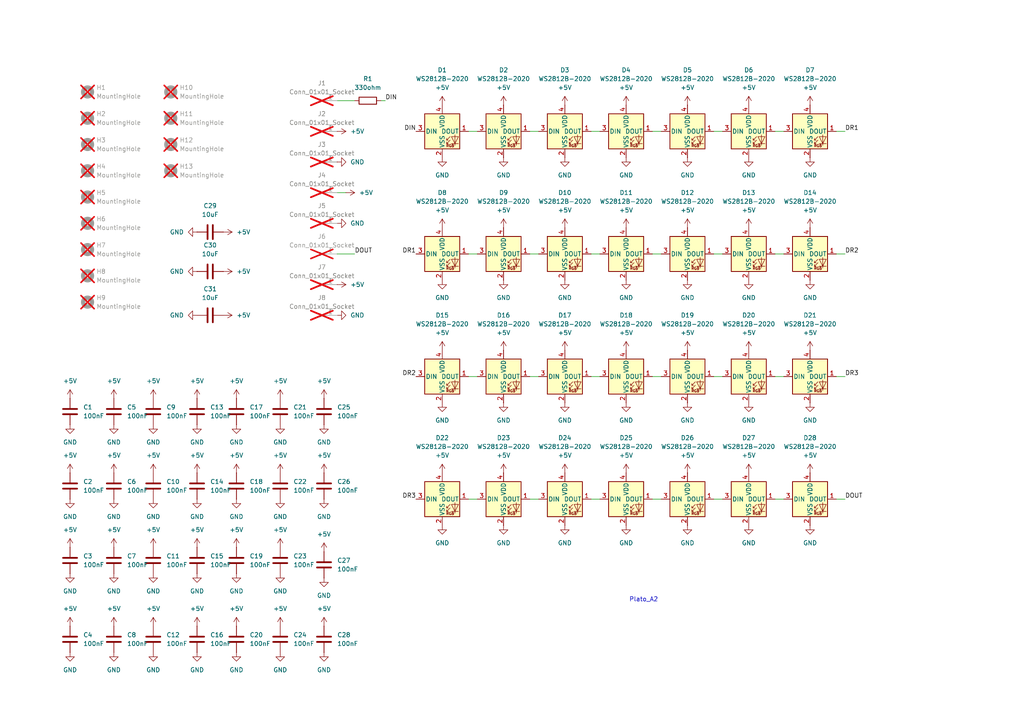
<source format=kicad_sch>
(kicad_sch (version 20231120) (generator "eeschema") (generator_version "8.0")
  (paper "A4")
  (wire (pts (xy 171.45 109.22) (xy 173.99 109.22)))
  (wire (pts (xy 207.01 144.78) (xy 209.55 144.78)))
  (wire (pts (xy 207.01 38.1) (xy 209.55 38.1)))
  (wire (pts (xy 242.57 38.1) (xy 245.11 38.1)))
  (wire (pts (xy 171.45 73.66) (xy 173.99 73.66)))
  (wire (pts (xy 207.01 73.66) (xy 209.55 73.66)))
  (wire (pts (xy 189.23 38.1) (xy 191.77 38.1)))
  (wire (pts (xy 153.67 144.78) (xy 156.21 144.78)))
  (wire (pts (xy 135.89 144.78) (xy 138.43 144.78)))
  (wire (pts (xy 135.89 38.1) (xy 138.43 38.1)))
  (wire (pts (xy 207.01 109.22) (xy 209.55 109.22)))
  (wire (pts (xy 242.57 144.78) (xy 245.11 144.78)))
  (wire (pts (xy 153.67 109.22) (xy 156.21 109.22)))
  (wire (pts (xy 111.76 29.21) (xy 110.49 29.21)))
  (wire (pts (xy 224.79 73.66) (xy 227.33 73.66)))
  (wire (pts (xy 224.79 38.1) (xy 227.33 38.1)))
  (wire (pts (xy 189.23 73.66) (xy 191.77 73.66)))
  (wire (pts (xy 171.45 38.1) (xy 173.99 38.1)))
  (wire (pts (xy 189.23 144.78) (xy 191.77 144.78)))
  (wire (pts (xy 153.67 38.1) (xy 156.21 38.1)))
  (wire (pts (xy 171.45 144.78) (xy 173.99 144.78)))
  (wire (pts (xy 97.79 73.66) (xy 102.87 73.66)))
  (wire (pts (xy 153.67 73.66) (xy 156.21 73.66)))
  (wire (pts (xy 189.23 109.22) (xy 191.77 109.22)))
  (wire (pts (xy 224.79 109.22) (xy 227.33 109.22)))
  (wire (pts (xy 242.57 109.22) (xy 245.11 109.22)))
  (wire (pts (xy 100.33 55.88) (xy 97.79 55.88)))
  (wire (pts (xy 102.87 29.21) (xy 97.79 29.21)))
  (wire (pts (xy 135.89 109.22) (xy 138.43 109.22)))
  (wire (pts (xy 242.57 73.66) (xy 245.11 73.66)))
  (wire (pts (xy 224.79 144.78) (xy 227.33 144.78)))
  (wire (pts (xy 135.89 73.66) (xy 138.43 73.66)))
  (text "Plato_A2" (at 186.69 173.99 0) (effects (font (size 1.27 1.27))))
  (label "DIN" (at 120.65 38.1 180))
  (label "DR1" (at 120.65 73.66 180))
  (label "DR1" (at 245.11 38.1 0))
  (label "DR2" (at 245.11 73.66 0))
  (label "DR3" (at 120.65 144.78 180))
  (label "DOUT" (at 245.11 144.78 0))
  (label "DR2" (at 120.65 109.22 180))
  (label "DR3" (at 245.11 109.22 0))
  (label "DOUT" (at 102.87 73.66 0))
  (label "DIN" (at 111.76 29.21 0))
  (symbol (lib_id "Connector:Conn_01x01_Socket") (at 92.71 91.44 180) (unit 1) (in_bom no) (dnp yes)
    (property "Reference" "J8" (at 93.345 86.36 0))
    (property "Value" "Conn_01x01_Socket" (at 93.345 88.9 0))
    (property "Footprint" "Library:PowerHole" (effects (hide yes)))
    (property "Description" "Generic connector, single row, 01x01, script generated" (effects (hide yes)))
  )
  (symbol (lib_id "power:+5V") (at 57.15 137.16 0) (unit 1)
    (property "Reference" "#PWR073" (effects (hide yes)))
    (property "Value" "+5V" (at 57.15 132.08 0))
    (property "Description" "Power symbol creates a global label with name \"+5V\"" (effects (hide yes)))
  )
  (symbol (lib_id "LED:WS2812B-2020") (at 199.39 109.22 0) (unit 1)
    (property "Reference" "D19" (at 199.39 91.44 0))
    (property "Value" "WS2812B-2020" (at 199.39 93.98 0))
    (property "Footprint" "Library:Plato_WS2812B-2020" (effects (hide yes)))
    (property "Datasheet" "https://cdn-shop.adafruit.com/product-files/4684/4684_WS2812B-2020_V1.3_EN.pdf" (effects (hide yes)))
    (property "Description" "RGB LED with integrated controller, 2.0 x 2.0 mm, 12 mA" (effects (hide yes)))
    (property "LCSC" "C965555" (effects (hide yes)))
  )
  (symbol (lib_id "Device:C") (at 20.32 162.56 0) (unit 1)
    (property "Reference" "C3" (at 24.13 161.2899 0) (effects (justify left)))
    (property "Value" "100nF" (at 24.13 163.8299 0) (effects (justify left)))
    (property "Footprint" "Capacitor_SMD:C_0402_1005Metric" (effects (hide yes)))
    (property "Datasheet" "10pF" (effects (hide yes)))
    (property "Description" "Unpolarized capacitor" (effects (hide yes)))
    (property "LCSC" "C1525" (effects (hide yes)))
  )
  (symbol (lib_id "power:GND") (at 146.05 152.4 0) (unit 1)
    (property "Reference" "#PWR048" (effects (hide yes)))
    (property "Value" "GND" (at 146.05 157.48 0))
    (property "Description" "Power symbol creates a global label with name \"GND\" , ground" (effects (hide yes)))
  )
  (symbol (lib_id "Device:C") (at 60.96 91.44 90) (unit 1)
    (property "Reference" "C31" (at 60.96 83.82 90))
    (property "Value" "10uF" (at 60.96 86.36 90))
    (property "Footprint" "Capacitor_SMD:C_0603_1608Metric" (effects (hide yes)))
    (property "Description" "Unpolarized capacitor" (effects (hide yes)))
    (property "LCSC" "C96446" (effects (hide yes)))
  )
  (symbol (lib_id "power:GND") (at 234.95 152.4 0) (unit 1)
    (property "Reference" "#PWR058" (effects (hide yes)))
    (property "Value" "GND" (at 234.95 157.48 0))
    (property "Description" "Power symbol creates a global label with name \"GND\" , ground" (effects (hide yes)))
  )
  (symbol (lib_id "power:GND") (at 97.79 46.99 90) (unit 1)
    (property "Reference" "#PWR0114" (effects (hide yes)))
    (property "Value" "GND" (at 101.6 46.9899 90) (effects (justify right)))
    (property "Description" "Power symbol creates a global label with name \"GND\" , ground" (effects (hide yes)))
  )
  (symbol (lib_id "power:GND") (at 217.17 152.4 0) (unit 1)
    (property "Reference" "#PWR056" (effects (hide yes)))
    (property "Value" "GND" (at 217.17 157.48 0))
    (property "Description" "Power symbol creates a global label with name \"GND\" , ground" (effects (hide yes)))
  )
  (symbol (lib_id "LED:WS2812B-2020") (at 146.05 73.66 0) (unit 1)
    (property "Reference" "D9" (at 146.05 55.88 0))
    (property "Value" "WS2812B-2020" (at 146.05 58.42 0))
    (property "Footprint" "Library:Plato_WS2812B-2020" (effects (hide yes)))
    (property "Datasheet" "https://cdn-shop.adafruit.com/product-files/4684/4684_WS2812B-2020_V1.3_EN.pdf" (effects (hide yes)))
    (property "Description" "RGB LED with integrated controller, 2.0 x 2.0 mm, 12 mA" (effects (hide yes)))
    (property "LCSC" "C965555" (effects (hide yes)))
  )
  (symbol (lib_id "LED:WS2812B-2020") (at 217.17 109.22 0) (unit 1)
    (property "Reference" "D20" (at 217.17 91.44 0))
    (property "Value" "WS2812B-2020" (at 217.17 93.98 0))
    (property "Footprint" "Library:Plato_WS2812B-2020" (effects (hide yes)))
    (property "Datasheet" "https://cdn-shop.adafruit.com/product-files/4684/4684_WS2812B-2020_V1.3_EN.pdf" (effects (hide yes)))
    (property "Description" "RGB LED with integrated controller, 2.0 x 2.0 mm, 12 mA" (effects (hide yes)))
    (property "LCSC" "C965555" (effects (hide yes)))
  )
  (symbol (lib_id "LED:WS2812B-2020") (at 163.83 73.66 0) (unit 1)
    (property "Reference" "D10" (at 163.83 55.88 0))
    (property "Value" "WS2812B-2020" (at 163.83 58.42 0))
    (property "Footprint" "Library:Plato_WS2812B-2020" (effects (hide yes)))
    (property "Datasheet" "https://cdn-shop.adafruit.com/product-files/4684/4684_WS2812B-2020_V1.3_EN.pdf" (effects (hide yes)))
    (property "Description" "RGB LED with integrated controller, 2.0 x 2.0 mm, 12 mA" (effects (hide yes)))
    (property "LCSC" "C965555" (effects (hide yes)))
  )
  (symbol (lib_id "power:GND") (at 57.15 67.31 270) (unit 1)
    (property "Reference" "#PWR0120" (effects (hide yes)))
    (property "Value" "GND" (at 53.34 67.3099 90) (effects (justify right)))
    (property "Description" "Power symbol creates a global label with name \"GND\" , ground" (effects (hide yes)))
  )
  (symbol (lib_id "power:GND") (at 97.79 64.77 90) (unit 1)
    (property "Reference" "#PWR0117" (effects (hide yes)))
    (property "Value" "GND" (at 101.6 64.7699 90) (effects (justify right)))
    (property "Description" "Power symbol creates a global label with name \"GND\" , ground" (effects (hide yes)))
  )
  (symbol (lib_id "Device:C") (at 93.98 119.38 0) (unit 1)
    (property "Reference" "C25" (at 97.79 118.1099 0) (effects (justify left)))
    (property "Value" "100nF" (at 97.79 120.6499 0) (effects (justify left)))
    (property "Footprint" "Capacitor_SMD:C_0402_1005Metric" (effects (hide yes)))
    (property "Datasheet" "10pF" (effects (hide yes)))
    (property "Description" "Unpolarized capacitor" (effects (hide yes)))
    (property "LCSC" "C1525" (effects (hide yes)))
  )
  (symbol (lib_id "power:GND") (at 20.32 189.23 0) (unit 1)
    (property "Reference" "#PWR088" (effects (hide yes)))
    (property "Value" "GND" (at 20.32 194.31 0))
    (property "Description" "Power symbol creates a global label with name \"GND\" , ground" (effects (hide yes)))
  )
  (symbol (lib_id "power:+5V") (at 181.61 101.6 0) (unit 1)
    (property "Reference" "#PWR037" (effects (hide yes)))
    (property "Value" "+5V" (at 181.61 96.52 0))
    (property "Description" "Power symbol creates a global label with name \"+5V\"" (effects (hide yes)))
  )
  (symbol (lib_id "power:GND") (at 128.27 81.28 0) (unit 1)
    (property "Reference" "#PWR018" (effects (hide yes)))
    (property "Value" "GND" (at 128.27 86.36 0))
    (property "Description" "Power symbol creates a global label with name \"GND\" , ground" (effects (hide yes)))
  )
  (symbol (lib_id "LED:WS2812B-2020") (at 146.05 38.1 0) (unit 1)
    (property "Reference" "D2" (at 146.05 20.32 0))
    (property "Value" "WS2812B-2020" (at 146.05 22.86 0))
    (property "Footprint" "Library:Plato_WS2812B-2020" (effects (hide yes)))
    (property "Datasheet" "https://cdn-shop.adafruit.com/product-files/4684/4684_WS2812B-2020_V1.3_EN.pdf" (effects (hide yes)))
    (property "Description" "RGB LED with integrated controller, 2.0 x 2.0 mm, 12 mA" (effects (hide yes)))
    (property "LCSC" "C965555" (effects (hide yes)))
  )
  (symbol (lib_id "LED:WS2812B-2020") (at 234.95 109.22 0) (unit 1)
    (property "Reference" "D21" (at 234.95 91.44 0))
    (property "Value" "WS2812B-2020" (at 234.95 93.98 0))
    (property "Footprint" "Library:Plato_WS2812B-2020" (effects (hide yes)))
    (property "Datasheet" "https://cdn-shop.adafruit.com/product-files/4684/4684_WS2812B-2020_V1.3_EN.pdf" (effects (hide yes)))
    (property "Description" "RGB LED with integrated controller, 2.0 x 2.0 mm, 12 mA" (effects (hide yes)))
    (property "LCSC" "C965555" (effects (hide yes)))
  )
  (symbol (lib_id "power:+5V") (at 20.32 158.75 0) (unit 1)
    (property "Reference" "#PWR077" (effects (hide yes)))
    (property "Value" "+5V" (at 20.32 153.67 0))
    (property "Description" "Power symbol creates a global label with name \"+5V\"" (effects (hide yes)))
  )
  (symbol (lib_id "power:GND") (at 234.95 45.72 0) (unit 1)
    (property "Reference" "#PWR016" (effects (hide yes)))
    (property "Value" "GND" (at 234.95 50.8 0))
    (property "Description" "Power symbol creates a global label with name \"GND\" , ground" (effects (hide yes)))
  )
  (symbol (lib_id "LED:WS2812B-2020") (at 199.39 144.78 0) (unit 1)
    (property "Reference" "D26" (at 199.39 127 0))
    (property "Value" "WS2812B-2020" (at 199.39 129.54 0))
    (property "Footprint" "Library:Plato_WS2812B-2020" (effects (hide yes)))
    (property "Datasheet" "https://cdn-shop.adafruit.com/product-files/4684/4684_WS2812B-2020_V1.3_EN.pdf" (effects (hide yes)))
    (property "Description" "RGB LED with integrated controller, 2.0 x 2.0 mm, 12 mA" (effects (hide yes)))
    (property "LCSC" "C965555" (effects (hide yes)))
  )
  (symbol (lib_id "power:GND") (at 93.98 123.19 0) (unit 1)
    (property "Reference" "#PWR0106" (effects (hide yes)))
    (property "Value" "GND" (at 93.98 128.27 0))
    (property "Description" "Power symbol creates a global label with name \"GND\" , ground" (effects (hide yes)))
  )
  (symbol (lib_id "power:GND") (at 181.61 152.4 0) (unit 1)
    (property "Reference" "#PWR052" (effects (hide yes)))
    (property "Value" "GND" (at 181.61 157.48 0))
    (property "Description" "Power symbol creates a global label with name \"GND\" , ground" (effects (hide yes)))
  )
  (symbol (lib_id "Mechanical:MountingHole") (at 49.53 26.67 0) (unit 1) (exclude_from_sim yes) (in_bom no) (dnp yes)
    (property "Reference" "H10" (at 52.07 25.3999 0) (effects (justify left)))
    (property "Value" "MountingHole" (at 52.07 27.9399 0) (effects (justify left)))
    (property "Footprint" "Library:MountingHoleM1" (effects (hide yes)))
    (property "Description" "Mounting Hole without connection" (effects (hide yes)))
  )
  (symbol (lib_id "power:GND") (at 97.79 91.44 90) (unit 1)
    (property "Reference" "#PWR0118" (effects (hide yes)))
    (property "Value" "GND" (at 101.6 91.4399 90) (effects (justify right)))
    (property "Description" "Power symbol creates a global label with name \"GND\" , ground" (effects (hide yes)))
  )
  (symbol (lib_id "LED:WS2812B-2020") (at 181.61 109.22 0) (unit 1)
    (property "Reference" "D18" (at 181.61 91.44 0))
    (property "Value" "WS2812B-2020" (at 181.61 93.98 0))
    (property "Footprint" "Library:Plato_WS2812B-2020" (effects (hide yes)))
    (property "Datasheet" "https://cdn-shop.adafruit.com/product-files/4684/4684_WS2812B-2020_V1.3_EN.pdf" (effects (hide yes)))
    (property "Description" "RGB LED with integrated controller, 2.0 x 2.0 mm, 12 mA" (effects (hide yes)))
    (property "LCSC" "C965555" (effects (hide yes)))
  )
  (symbol (lib_id "power:+5V") (at 100.33 55.88 270) (unit 1)
    (property "Reference" "#PWR0115" (effects (hide yes)))
    (property "Value" "+5V" (at 104.14 55.8799 90) (effects (justify left)))
    (property "Description" "Power symbol creates a global label with name \"+5V\"" (effects (hide yes)))
  )
  (symbol (lib_id "power:+5V") (at 93.98 137.16 0) (unit 1)
    (property "Reference" "#PWR0103" (effects (hide yes)))
    (property "Value" "+5V" (at 93.98 132.08 0))
    (property "Description" "Power symbol creates a global label with name \"+5V\"" (effects (hide yes)))
  )
  (symbol (lib_id "power:+5V") (at 33.02 137.16 0) (unit 1)
    (property "Reference" "#PWR069" (effects (hide yes)))
    (property "Value" "+5V" (at 33.02 132.08 0))
    (property "Description" "Power symbol creates a global label with name \"+5V\"" (effects (hide yes)))
  )
  (symbol (lib_id "Connector:Conn_01x01_Socket") (at 92.71 38.1 180) (unit 1) (in_bom no) (dnp yes)
    (property "Reference" "J2" (at 93.345 33.02 0))
    (property "Value" "Conn_01x01_Socket" (at 93.345 35.56 0))
    (property "Footprint" "Library:PowerHole" (effects (hide yes)))
    (property "Description" "Generic connector, single row, 01x01, script generated" (effects (hide yes)))
  )
  (symbol (lib_id "Mechanical:MountingHole") (at 25.4 34.29 0) (unit 1) (exclude_from_sim yes) (in_bom no) (dnp yes)
    (property "Reference" "H2" (at 27.94 33.0199 0) (effects (justify left)))
    (property "Value" "MountingHole" (at 27.94 35.5599 0) (effects (justify left)))
    (property "Footprint" "Library:MountingHoleM1" (effects (hide yes)))
    (property "Description" "Mounting Hole without connection" (effects (hide yes)))
  )
  (symbol (lib_id "LED:WS2812B-2020") (at 181.61 144.78 0) (unit 1)
    (property "Reference" "D25" (at 181.61 127 0))
    (property "Value" "WS2812B-2020" (at 181.61 129.54 0))
    (property "Footprint" "Library:Plato_WS2812B-2020" (effects (hide yes)))
    (property "Datasheet" "https://cdn-shop.adafruit.com/product-files/4684/4684_WS2812B-2020_V1.3_EN.pdf" (effects (hide yes)))
    (property "Description" "RGB LED with integrated controller, 2.0 x 2.0 mm, 12 mA" (effects (hide yes)))
    (property "LCSC" "C965555" (effects (hide yes)))
  )
  (symbol (lib_id "power:GND") (at 68.58 166.37 0) (unit 1)
    (property "Reference" "#PWR086" (effects (hide yes)))
    (property "Value" "GND" (at 68.58 171.45 0))
    (property "Description" "Power symbol creates a global label with name \"GND\" , ground" (effects (hide yes)))
  )
  (symbol (lib_id "power:+5V") (at 199.39 30.48 0) (unit 1)
    (property "Reference" "#PWR011" (effects (hide yes)))
    (property "Value" "+5V" (at 199.39 25.4 0))
    (property "Description" "Power symbol creates a global label with name \"+5V\"" (effects (hide yes)))
  )
  (symbol (lib_id "power:+5V") (at 163.83 137.16 0) (unit 1)
    (property "Reference" "#PWR049" (effects (hide yes)))
    (property "Value" "+5V" (at 163.83 132.08 0))
    (property "Description" "Power symbol creates a global label with name \"+5V\"" (effects (hide yes)))
  )
  (symbol (lib_id "power:GND") (at 44.45 189.23 0) (unit 1)
    (property "Reference" "#PWR092" (effects (hide yes)))
    (property "Value" "GND" (at 44.45 194.31 0))
    (property "Description" "Power symbol creates a global label with name \"GND\" , ground" (effects (hide yes)))
  )
  (symbol (lib_id "power:+5V") (at 199.39 101.6 0) (unit 1)
    (property "Reference" "#PWR039" (effects (hide yes)))
    (property "Value" "+5V" (at 199.39 96.52 0))
    (property "Description" "Power symbol creates a global label with name \"+5V\"" (effects (hide yes)))
  )
  (symbol (lib_id "LED:WS2812B-2020") (at 181.61 38.1 0) (unit 1)
    (property "Reference" "D4" (at 181.61 20.32 0))
    (property "Value" "WS2812B-2020" (at 181.61 22.86 0))
    (property "Footprint" "Library:Plato_WS2812B-2020" (effects (hide yes)))
    (property "Datasheet" "https://cdn-shop.adafruit.com/product-files/4684/4684_WS2812B-2020_V1.3_EN.pdf" (effects (hide yes)))
    (property "Description" "RGB LED with integrated controller, 2.0 x 2.0 mm, 12 mA" (effects (hide yes)))
    (property "LCSC" "C965555" (effects (hide yes)))
  )
  (symbol (lib_id "power:+5V") (at 57.15 115.57 0) (unit 1)
    (property "Reference" "#PWR063" (effects (hide yes)))
    (property "Value" "+5V" (at 57.15 110.49 0))
    (property "Description" "Power symbol creates a global label with name \"+5V\"" (effects (hide yes)))
  )
  (symbol (lib_id "LED:WS2812B-2020") (at 146.05 109.22 0) (unit 1)
    (property "Reference" "D16" (at 146.05 91.44 0))
    (property "Value" "WS2812B-2020" (at 146.05 93.98 0))
    (property "Footprint" "Library:Plato_WS2812B-2020" (effects (hide yes)))
    (property "Datasheet" "https://cdn-shop.adafruit.com/product-files/4684/4684_WS2812B-2020_V1.3_EN.pdf" (effects (hide yes)))
    (property "Description" "RGB LED with integrated controller, 2.0 x 2.0 mm, 12 mA" (effects (hide yes)))
    (property "LCSC" "C965555" (effects (hide yes)))
  )
  (symbol (lib_id "power:+5V") (at 217.17 30.48 0) (unit 1)
    (property "Reference" "#PWR013" (effects (hide yes)))
    (property "Value" "+5V" (at 217.17 25.4 0))
    (property "Description" "Power symbol creates a global label with name \"+5V\"" (effects (hide yes)))
  )
  (symbol (lib_id "Device:C") (at 68.58 162.56 0) (unit 1)
    (property "Reference" "C19" (at 72.39 161.2899 0) (effects (justify left)))
    (property "Value" "100nF" (at 72.39 163.8299 0) (effects (justify left)))
    (property "Footprint" "Capacitor_SMD:C_0402_1005Metric" (effects (hide yes)))
    (property "Datasheet" "10pF" (effects (hide yes)))
    (property "Description" "Unpolarized capacitor" (effects (hide yes)))
    (property "LCSC" "C1525" (effects (hide yes)))
  )
  (symbol (lib_id "Device:C") (at 57.15 119.38 0) (unit 1)
    (property "Reference" "C13" (at 60.96 118.1099 0) (effects (justify left)))
    (property "Value" "100nF" (at 60.96 120.6499 0) (effects (justify left)))
    (property "Footprint" "Capacitor_SMD:C_0402_1005Metric" (effects (hide yes)))
    (property "Datasheet" "10pF" (effects (hide yes)))
    (property "Description" "Unpolarized capacitor" (effects (hide yes)))
    (property "LCSC" "C1525" (effects (hide yes)))
  )
  (symbol (lib_id "power:+5V") (at 20.32 137.16 0) (unit 1)
    (property "Reference" "#PWR067" (effects (hide yes)))
    (property "Value" "+5V" (at 20.32 132.08 0))
    (property "Description" "Power symbol creates a global label with name \"+5V\"" (effects (hide yes)))
  )
  (symbol (lib_id "Device:C") (at 60.96 78.74 90) (unit 1)
    (property "Reference" "C30" (at 60.96 71.12 90))
    (property "Value" "10uF" (at 60.96 73.66 90))
    (property "Footprint" "Capacitor_SMD:C_0603_1608Metric" (effects (hide yes)))
    (property "Description" "Unpolarized capacitor" (effects (hide yes)))
    (property "LCSC" "C96446" (effects (hide yes)))
  )
  (symbol (lib_id "LED:WS2812B-2020") (at 128.27 38.1 0) (unit 1)
    (property "Reference" "D1" (at 128.27 20.32 0))
    (property "Value" "WS2812B-2020" (at 128.27 22.86 0))
    (property "Footprint" "Library:Plato_WS2812B-2020" (effects (hide yes)))
    (property "Datasheet" "https://cdn-shop.adafruit.com/product-files/4684/4684_WS2812B-2020_V1.3_EN.pdf" (effects (hide yes)))
    (property "Description" "RGB LED with integrated controller, 2.0 x 2.0 mm, 12 mA" (effects (hide yes)))
    (property "LCSC" "C965555" (effects (hide yes)))
  )
  (symbol (lib_id "power:GND") (at 57.15 78.74 270) (unit 1)
    (property "Reference" "#PWR0121" (effects (hide yes)))
    (property "Value" "GND" (at 53.34 78.7399 90) (effects (justify right)))
    (property "Description" "Power symbol creates a global label with name \"GND\" , ground" (effects (hide yes)))
  )
  (symbol (lib_id "Mechanical:MountingHole") (at 25.4 80.01 0) (unit 1) (exclude_from_sim yes) (in_bom no) (dnp yes)
    (property "Reference" "H8" (at 27.94 78.7399 0) (effects (justify left)))
    (property "Value" "MountingHole" (at 27.94 81.2799 0) (effects (justify left)))
    (property "Footprint" "Library:MountingHoleM1" (effects (hide yes)))
    (property "Description" "Mounting Hole without connection" (effects (hide yes)))
  )
  (symbol (lib_id "power:+5V") (at 234.95 30.48 0) (unit 1)
    (property "Reference" "#PWR015" (effects (hide yes)))
    (property "Value" "+5V" (at 234.95 25.4 0))
    (property "Description" "Power symbol creates a global label with name \"+5V\"" (effects (hide yes)))
  )
  (symbol (lib_id "Device:C") (at 57.15 162.56 0) (unit 1)
    (property "Reference" "C15" (at 60.96 161.2899 0) (effects (justify left)))
    (property "Value" "100nF" (at 60.96 163.8299 0) (effects (justify left)))
    (property "Footprint" "Capacitor_SMD:C_0402_1005Metric" (effects (hide yes)))
    (property "Datasheet" "10pF" (effects (hide yes)))
    (property "Description" "Unpolarized capacitor" (effects (hide yes)))
    (property "LCSC" "C1525" (effects (hide yes)))
  )
  (symbol (lib_id "power:+5V") (at 64.77 67.31 270) (unit 1)
    (property "Reference" "#PWR0119" (effects (hide yes)))
    (property "Value" "+5V" (at 68.58 67.3099 90) (effects (justify left)))
    (property "Description" "Power symbol creates a global label with name \"+5V\"" (effects (hide yes)))
  )
  (symbol (lib_id "Connector:Conn_01x01_Socket") (at 92.71 82.55 180) (unit 1) (in_bom no) (dnp yes)
    (property "Reference" "J7" (at 93.345 77.47 0))
    (property "Value" "Conn_01x01_Socket" (at 93.345 80.01 0))
    (property "Footprint" "Library:PowerHole" (effects (hide yes)))
    (property "Description" "Generic connector, single row, 01x01, script generated" (effects (hide yes)))
  )
  (symbol (lib_id "power:GND") (at 163.83 45.72 0) (unit 1)
    (property "Reference" "#PWR08" (effects (hide yes)))
    (property "Value" "GND" (at 163.83 50.8 0))
    (property "Description" "Power symbol creates a global label with name \"GND\" , ground" (effects (hide yes)))
  )
  (symbol (lib_id "power:GND") (at 44.45 166.37 0) (unit 1)
    (property "Reference" "#PWR082" (effects (hide yes)))
    (property "Value" "GND" (at 44.45 171.45 0))
    (property "Description" "Power symbol creates a global label with name \"GND\" , ground" (effects (hide yes)))
  )
  (symbol (lib_id "LED:WS2812B-2020") (at 199.39 38.1 0) (unit 1)
    (property "Reference" "D5" (at 199.39 20.32 0))
    (property "Value" "WS2812B-2020" (at 199.39 22.86 0))
    (property "Footprint" "Library:Plato_WS2812B-2020" (effects (hide yes)))
    (property "Datasheet" "https://cdn-shop.adafruit.com/product-files/4684/4684_WS2812B-2020_V1.3_EN.pdf" (effects (hide yes)))
    (property "Description" "RGB LED with integrated controller, 2.0 x 2.0 mm, 12 mA" (effects (hide yes)))
    (property "LCSC" "C965555" (effects (hide yes)))
  )
  (symbol (lib_id "power:GND") (at 217.17 116.84 0) (unit 1)
    (property "Reference" "#PWR042" (effects (hide yes)))
    (property "Value" "GND" (at 217.17 121.92 0))
    (property "Description" "Power symbol creates a global label with name \"GND\" , ground" (effects (hide yes)))
  )
  (symbol (lib_id "power:GND") (at 57.15 91.44 270) (unit 1)
    (property "Reference" "#PWR0123" (effects (hide yes)))
    (property "Value" "GND" (at 53.34 91.4399 90) (effects (justify right)))
    (property "Description" "Power symbol creates a global label with name \"GND\" , ground" (effects (hide yes)))
  )
  (symbol (lib_id "power:+5V") (at 199.39 137.16 0) (unit 1)
    (property "Reference" "#PWR053" (effects (hide yes)))
    (property "Value" "+5V" (at 199.39 132.08 0))
    (property "Description" "Power symbol creates a global label with name \"+5V\"" (effects (hide yes)))
  )
  (symbol (lib_id "power:GND") (at 33.02 166.37 0) (unit 1)
    (property "Reference" "#PWR080" (effects (hide yes)))
    (property "Value" "GND" (at 33.02 171.45 0))
    (property "Description" "Power symbol creates a global label with name \"GND\" , ground" (effects (hide yes)))
  )
  (symbol (lib_id "power:+5V") (at 44.45 181.61 0) (unit 1)
    (property "Reference" "#PWR091" (effects (hide yes)))
    (property "Value" "+5V" (at 44.45 176.53 0))
    (property "Description" "Power symbol creates a global label with name \"+5V\"" (effects (hide yes)))
  )
  (symbol (lib_id "power:+5V") (at 97.79 82.55 270) (unit 1)
    (property "Reference" "#PWR0116" (effects (hide yes)))
    (property "Value" "+5V" (at 101.6 82.5499 90) (effects (justify left)))
    (property "Description" "Power symbol creates a global label with name \"+5V\"" (effects (hide yes)))
  )
  (symbol (lib_id "LED:WS2812B-2020") (at 199.39 73.66 0) (unit 1)
    (property "Reference" "D12" (at 199.39 55.88 0))
    (property "Value" "WS2812B-2020" (at 199.39 58.42 0))
    (property "Footprint" "Library:Plato_WS2812B-2020" (effects (hide yes)))
    (property "Datasheet" "https://cdn-shop.adafruit.com/product-files/4684/4684_WS2812B-2020_V1.3_EN.pdf" (effects (hide yes)))
    (property "Description" "RGB LED with integrated controller, 2.0 x 2.0 mm, 12 mA" (effects (hide yes)))
    (property "LCSC" "C965555" (effects (hide yes)))
  )
  (symbol (lib_id "Mechanical:MountingHole") (at 25.4 72.39 0) (unit 1) (exclude_from_sim yes) (in_bom no) (dnp yes)
    (property "Reference" "H7" (at 27.94 71.1199 0) (effects (justify left)))
    (property "Value" "MountingHole" (at 27.94 73.6599 0) (effects (justify left)))
    (property "Footprint" "Library:MountingHoleM1" (effects (hide yes)))
    (property "Description" "Mounting Hole without connection" (effects (hide yes)))
  )
  (symbol (lib_id "power:+5V") (at 128.27 30.48 0) (unit 1)
    (property "Reference" "#PWR01" (effects (hide yes)))
    (property "Value" "+5V" (at 128.27 25.4 0))
    (property "Description" "Power symbol creates a global label with name \"+5V\"" (effects (hide yes)))
  )
  (symbol (lib_id "power:+5V") (at 68.58 181.61 0) (unit 1)
    (property "Reference" "#PWR095" (effects (hide yes)))
    (property "Value" "+5V" (at 68.58 176.53 0))
    (property "Description" "Power symbol creates a global label with name \"+5V\"" (effects (hide yes)))
  )
  (symbol (lib_id "Device:R") (at 106.68 29.21 90) (unit 1)
    (property "Reference" "R1" (at 106.68 22.86 90))
    (property "Value" "330ohm" (at 106.68 25.4 90))
    (property "Footprint" "Resistor_SMD:R_0402_1005Metric" (effects (hide yes)))
    (property "Description" "Resistor" (effects (hide yes)))
    (property "LCSC" "C25104" (effects (hide yes)))
  )
  (symbol (lib_id "power:GND") (at 128.27 45.72 0) (unit 1)
    (property "Reference" "#PWR02" (effects (hide yes)))
    (property "Value" "GND" (at 128.27 50.8 0))
    (property "Description" "Power symbol creates a global label with name \"GND\" , ground" (effects (hide yes)))
  )
  (symbol (lib_id "power:GND") (at 217.17 81.28 0) (unit 1)
    (property "Reference" "#PWR028" (effects (hide yes)))
    (property "Value" "GND" (at 217.17 86.36 0))
    (property "Description" "Power symbol creates a global label with name \"GND\" , ground" (effects (hide yes)))
  )
  (symbol (lib_id "power:+5V") (at 234.95 66.04 0) (unit 1)
    (property "Reference" "#PWR029" (effects (hide yes)))
    (property "Value" "+5V" (at 234.95 60.96 0))
    (property "Description" "Power symbol creates a global label with name \"+5V\"" (effects (hide yes)))
  )
  (symbol (lib_id "Device:C") (at 81.28 162.56 0) (unit 1)
    (property "Reference" "C23" (at 85.09 161.2899 0) (effects (justify left)))
    (property "Value" "100nF" (at 85.09 163.8299 0) (effects (justify left)))
    (property "Footprint" "Capacitor_SMD:C_0402_1005Metric" (effects (hide yes)))
    (property "Datasheet" "10pF" (effects (hide yes)))
    (property "Description" "Unpolarized capacitor" (effects (hide yes)))
    (property "LCSC" "C1525" (effects (hide yes)))
  )
  (symbol (lib_id "power:GND") (at 33.02 189.23 0) (unit 1)
    (property "Reference" "#PWR090" (effects (hide yes)))
    (property "Value" "GND" (at 33.02 194.31 0))
    (property "Description" "Power symbol creates a global label with name \"GND\" , ground" (effects (hide yes)))
  )
  (symbol (lib_id "Mechanical:MountingHole") (at 25.4 87.63 0) (unit 1) (exclude_from_sim yes) (in_bom no) (dnp yes)
    (property "Reference" "H9" (at 27.94 86.3599 0) (effects (justify left)))
    (property "Value" "MountingHole" (at 27.94 88.8999 0) (effects (justify left)))
    (property "Footprint" "Library:MountingHoleM1" (effects (hide yes)))
    (property "Description" "Mounting Hole without connection" (effects (hide yes)))
  )
  (symbol (lib_id "power:+5V") (at 93.98 160.02 0) (unit 1)
    (property "Reference" "#PWR0101" (effects (hide yes)))
    (property "Value" "+5V" (at 93.98 154.94 0))
    (property "Description" "Power symbol creates a global label with name \"+5V\"" (effects (hide yes)))
  )
  (symbol (lib_id "power:+5V") (at 33.02 115.57 0) (unit 1)
    (property "Reference" "#PWR059" (effects (hide yes)))
    (property "Value" "+5V" (at 33.02 110.49 0))
    (property "Description" "Power symbol creates a global label with name \"+5V\"" (effects (hide yes)))
  )
  (symbol (lib_id "power:+5V") (at 33.02 181.61 0) (unit 1)
    (property "Reference" "#PWR089" (effects (hide yes)))
    (property "Value" "+5V" (at 33.02 176.53 0))
    (property "Description" "Power symbol creates a global label with name \"+5V\"" (effects (hide yes)))
  )
  (symbol (lib_id "Device:C") (at 33.02 185.42 0) (unit 1)
    (property "Reference" "C8" (at 36.83 184.1499 0) (effects (justify left)))
    (property "Value" "100nF" (at 36.83 186.6899 0) (effects (justify left)))
    (property "Footprint" "Capacitor_SMD:C_0402_1005Metric" (effects (hide yes)))
    (property "Datasheet" "10pF" (effects (hide yes)))
    (property "Description" "Unpolarized capacitor" (effects (hide yes)))
    (property "LCSC" "C1525" (effects (hide yes)))
  )
  (symbol (lib_id "power:+5V") (at 217.17 66.04 0) (unit 1)
    (property "Reference" "#PWR027" (effects (hide yes)))
    (property "Value" "+5V" (at 217.17 60.96 0))
    (property "Description" "Power symbol creates a global label with name \"+5V\"" (effects (hide yes)))
  )
  (symbol (lib_id "LED:WS2812B-2020") (at 234.95 144.78 0) (unit 1)
    (property "Reference" "D28" (at 234.95 127 0))
    (property "Value" "WS2812B-2020" (at 234.95 129.54 0))
    (property "Footprint" "Library:Plato_WS2812B-2020" (effects (hide yes)))
    (property "Datasheet" "https://cdn-shop.adafruit.com/product-files/4684/4684_WS2812B-2020_V1.3_EN.pdf" (effects (hide yes)))
    (property "Description" "RGB LED with integrated controller, 2.0 x 2.0 mm, 12 mA" (effects (hide yes)))
    (property "LCSC" "C965555" (effects (hide yes)))
  )
  (symbol (lib_id "LED:WS2812B-2020") (at 181.61 73.66 0) (unit 1)
    (property "Reference" "D11" (at 181.61 55.88 0))
    (property "Value" "WS2812B-2020" (at 181.61 58.42 0))
    (property "Footprint" "Library:Plato_WS2812B-2020" (effects (hide yes)))
    (property "Datasheet" "https://cdn-shop.adafruit.com/product-files/4684/4684_WS2812B-2020_V1.3_EN.pdf" (effects (hide yes)))
    (property "Description" "RGB LED with integrated controller, 2.0 x 2.0 mm, 12 mA" (effects (hide yes)))
    (property "LCSC" "C965555" (effects (hide yes)))
  )
  (symbol (lib_id "power:GND") (at 81.28 144.78 0) (unit 1)
    (property "Reference" "#PWR0110" (effects (hide yes)))
    (property "Value" "GND" (at 81.28 149.86 0))
    (property "Description" "Power symbol creates a global label with name \"GND\" , ground" (effects (hide yes)))
  )
  (symbol (lib_id "Device:C") (at 20.32 140.97 0) (unit 1)
    (property "Reference" "C2" (at 24.13 139.6999 0) (effects (justify left)))
    (property "Value" "100nF" (at 24.13 142.2399 0) (effects (justify left)))
    (property "Footprint" "Capacitor_SMD:C_0402_1005Metric" (effects (hide yes)))
    (property "Datasheet" "10pF" (effects (hide yes)))
    (property "Description" "Unpolarized capacitor" (effects (hide yes)))
    (property "LCSC" "C1525" (effects (hide yes)))
  )
  (symbol (lib_id "LED:WS2812B-2020") (at 163.83 38.1 0) (unit 1)
    (property "Reference" "D3" (at 163.83 20.32 0))
    (property "Value" "WS2812B-2020" (at 163.83 22.86 0))
    (property "Footprint" "Library:Plato_WS2812B-2020" (effects (hide yes)))
    (property "Datasheet" "https://cdn-shop.adafruit.com/product-files/4684/4684_WS2812B-2020_V1.3_EN.pdf" (effects (hide yes)))
    (property "Description" "RGB LED with integrated controller, 2.0 x 2.0 mm, 12 mA" (effects (hide yes)))
    (property "LCSC" "C965555" (effects (hide yes)))
  )
  (symbol (lib_id "power:GND") (at 199.39 152.4 0) (unit 1)
    (property "Reference" "#PWR054" (effects (hide yes)))
    (property "Value" "GND" (at 199.39 157.48 0))
    (property "Description" "Power symbol creates a global label with name \"GND\" , ground" (effects (hide yes)))
  )
  (symbol (lib_id "power:+5V") (at 33.02 158.75 0) (unit 1)
    (property "Reference" "#PWR079" (effects (hide yes)))
    (property "Value" "+5V" (at 33.02 153.67 0))
    (property "Description" "Power symbol creates a global label with name \"+5V\"" (effects (hide yes)))
  )
  (symbol (lib_id "Connector:Conn_01x01_Socket") (at 92.71 55.88 180) (unit 1) (in_bom no) (dnp yes)
    (property "Reference" "J4" (at 93.345 50.8 0))
    (property "Value" "Conn_01x01_Socket" (at 93.345 53.34 0))
    (property "Footprint" "Library:PowerHole" (effects (hide yes)))
    (property "Description" "Generic connector, single row, 01x01, script generated" (effects (hide yes)))
  )
  (symbol (lib_id "power:GND") (at 81.28 166.37 0) (unit 1)
    (property "Reference" "#PWR0112" (effects (hide yes)))
    (property "Value" "GND" (at 81.28 171.45 0))
    (property "Description" "Power symbol creates a global label with name \"GND\" , ground" (effects (hide yes)))
  )
  (symbol (lib_id "power:+5V") (at 57.15 181.61 0) (unit 1)
    (property "Reference" "#PWR093" (effects (hide yes)))
    (property "Value" "+5V" (at 57.15 176.53 0))
    (property "Description" "Power symbol creates a global label with name \"+5V\"" (effects (hide yes)))
  )
  (symbol (lib_id "power:+5V") (at 64.77 78.74 270) (unit 1)
    (property "Reference" "#PWR0122" (effects (hide yes)))
    (property "Value" "+5V" (at 68.58 78.7399 90) (effects (justify left)))
    (property "Description" "Power symbol creates a global label with name \"+5V\"" (effects (hide yes)))
  )
  (symbol (lib_id "Device:C") (at 81.28 140.97 0) (unit 1)
    (property "Reference" "C22" (at 85.09 139.6999 0) (effects (justify left)))
    (property "Value" "100nF" (at 85.09 142.2399 0) (effects (justify left)))
    (property "Footprint" "Capacitor_SMD:C_0402_1005Metric" (effects (hide yes)))
    (property "Datasheet" "10pF" (effects (hide yes)))
    (property "Description" "Unpolarized capacitor" (effects (hide yes)))
    (property "LCSC" "C1525" (effects (hide yes)))
  )
  (symbol (lib_id "power:+5V") (at 217.17 101.6 0) (unit 1)
    (property "Reference" "#PWR041" (effects (hide yes)))
    (property "Value" "+5V" (at 217.17 96.52 0))
    (property "Description" "Power symbol creates a global label with name \"+5V\"" (effects (hide yes)))
  )
  (symbol (lib_id "LED:WS2812B-2020") (at 163.83 144.78 0) (unit 1)
    (property "Reference" "D24" (at 163.83 127 0))
    (property "Value" "WS2812B-2020" (at 163.83 129.54 0))
    (property "Footprint" "Library:Plato_WS2812B-2020" (effects (hide yes)))
    (property "Datasheet" "https://cdn-shop.adafruit.com/product-files/4684/4684_WS2812B-2020_V1.3_EN.pdf" (effects (hide yes)))
    (property "Description" "RGB LED with integrated controller, 2.0 x 2.0 mm, 12 mA" (effects (hide yes)))
    (property "LCSC" "C965555" (effects (hide yes)))
  )
  (symbol (lib_id "power:+5V") (at 93.98 115.57 0) (unit 1)
    (property "Reference" "#PWR0105" (effects (hide yes)))
    (property "Value" "+5V" (at 93.98 110.49 0))
    (property "Description" "Power symbol creates a global label with name \"+5V\"" (effects (hide yes)))
  )
  (symbol (lib_id "power:+5V") (at 57.15 158.75 0) (unit 1)
    (property "Reference" "#PWR083" (effects (hide yes)))
    (property "Value" "+5V" (at 57.15 153.67 0))
    (property "Description" "Power symbol creates a global label with name \"+5V\"" (effects (hide yes)))
  )
  (symbol (lib_id "Device:C") (at 33.02 140.97 0) (unit 1)
    (property "Reference" "C6" (at 36.83 139.6999 0) (effects (justify left)))
    (property "Value" "100nF" (at 36.83 142.2399 0) (effects (justify left)))
    (property "Footprint" "Capacitor_SMD:C_0402_1005Metric" (effects (hide yes)))
    (property "Datasheet" "10pF" (effects (hide yes)))
    (property "Description" "Unpolarized capacitor" (effects (hide yes)))
    (property "LCSC" "C1525" (effects (hide yes)))
  )
  (symbol (lib_id "Device:C") (at 57.15 185.42 0) (unit 1)
    (property "Reference" "C16" (at 60.96 184.1499 0) (effects (justify left)))
    (property "Value" "100nF" (at 60.96 186.6899 0) (effects (justify left)))
    (property "Footprint" "Capacitor_SMD:C_0402_1005Metric" (effects (hide yes)))
    (property "Datasheet" "10pF" (effects (hide yes)))
    (property "Description" "Unpolarized capacitor" (effects (hide yes)))
    (property "LCSC" "C1525" (effects (hide yes)))
  )
  (symbol (lib_id "power:+5V") (at 97.79 38.1 270) (unit 1)
    (property "Reference" "#PWR0113" (effects (hide yes)))
    (property "Value" "+5V" (at 101.6 38.0999 90) (effects (justify left)))
    (property "Description" "Power symbol creates a global label with name \"+5V\"" (effects (hide yes)))
  )
  (symbol (lib_id "power:GND") (at 181.61 81.28 0) (unit 1)
    (property "Reference" "#PWR024" (effects (hide yes)))
    (property "Value" "GND" (at 181.61 86.36 0))
    (property "Description" "Power symbol creates a global label with name \"GND\" , ground" (effects (hide yes)))
  )
  (symbol (lib_id "power:GND") (at 163.83 81.28 0) (unit 1)
    (property "Reference" "#PWR022" (effects (hide yes)))
    (property "Value" "GND" (at 163.83 86.36 0))
    (property "Description" "Power symbol creates a global label with name \"GND\" , ground" (effects (hide yes)))
  )
  (symbol (lib_id "Device:C") (at 44.45 119.38 0) (unit 1)
    (property "Reference" "C9" (at 48.26 118.1099 0) (effects (justify left)))
    (property "Value" "100nF" (at 48.26 120.6499 0) (effects (justify left)))
    (property "Footprint" "Capacitor_SMD:C_0402_1005Metric" (effects (hide yes)))
    (property "Datasheet" "10pF" (effects (hide yes)))
    (property "Description" "Unpolarized capacitor" (effects (hide yes)))
    (property "LCSC" "C1525" (effects (hide yes)))
  )
  (symbol (lib_id "power:+5V") (at 20.32 181.61 0) (unit 1)
    (property "Reference" "#PWR087" (effects (hide yes)))
    (property "Value" "+5V" (at 20.32 176.53 0))
    (property "Description" "Power symbol creates a global label with name \"+5V\"" (effects (hide yes)))
  )
  (symbol (lib_id "Mechanical:MountingHole") (at 25.4 64.77 0) (unit 1) (exclude_from_sim yes) (in_bom no) (dnp yes)
    (property "Reference" "H6" (at 27.94 63.4999 0) (effects (justify left)))
    (property "Value" "MountingHole" (at 27.94 66.0399 0) (effects (justify left)))
    (property "Footprint" "Library:MountingHoleM1" (effects (hide yes)))
    (property "Description" "Mounting Hole without connection" (effects (hide yes)))
  )
  (symbol (lib_id "power:+5V") (at 81.28 158.75 0) (unit 1)
    (property "Reference" "#PWR0111" (effects (hide yes)))
    (property "Value" "+5V" (at 81.28 153.67 0))
    (property "Description" "Power symbol creates a global label with name \"+5V\"" (effects (hide yes)))
  )
  (symbol (lib_id "power:GND") (at 33.02 144.78 0) (unit 1)
    (property "Reference" "#PWR070" (effects (hide yes)))
    (property "Value" "GND" (at 33.02 149.86 0))
    (property "Description" "Power symbol creates a global label with name \"GND\" , ground" (effects (hide yes)))
  )
  (symbol (lib_id "power:GND") (at 163.83 116.84 0) (unit 1)
    (property "Reference" "#PWR036" (effects (hide yes)))
    (property "Value" "GND" (at 163.83 121.92 0))
    (property "Description" "Power symbol creates a global label with name \"GND\" , ground" (effects (hide yes)))
  )
  (symbol (lib_id "power:GND") (at 199.39 116.84 0) (unit 1)
    (property "Reference" "#PWR040" (effects (hide yes)))
    (property "Value" "GND" (at 199.39 121.92 0))
    (property "Description" "Power symbol creates a global label with name \"GND\" , ground" (effects (hide yes)))
  )
  (symbol (lib_id "power:+5V") (at 146.05 101.6 0) (unit 1)
    (property "Reference" "#PWR033" (effects (hide yes)))
    (property "Value" "+5V" (at 146.05 96.52 0))
    (property "Description" "Power symbol creates a global label with name \"+5V\"" (effects (hide yes)))
  )
  (symbol (lib_id "power:+5V") (at 199.39 66.04 0) (unit 1)
    (property "Reference" "#PWR025" (effects (hide yes)))
    (property "Value" "+5V" (at 199.39 60.96 0))
    (property "Description" "Power symbol creates a global label with name \"+5V\"" (effects (hide yes)))
  )
  (symbol (lib_id "power:+5V") (at 234.95 137.16 0) (unit 1)
    (property "Reference" "#PWR057" (effects (hide yes)))
    (property "Value" "+5V" (at 234.95 132.08 0))
    (property "Description" "Power symbol creates a global label with name \"+5V\"" (effects (hide yes)))
  )
  (symbol (lib_id "power:+5V") (at 44.45 115.57 0) (unit 1)
    (property "Reference" "#PWR061" (effects (hide yes)))
    (property "Value" "+5V" (at 44.45 110.49 0))
    (property "Description" "Power symbol creates a global label with name \"+5V\"" (effects (hide yes)))
  )
  (symbol (lib_id "Mechanical:MountingHole") (at 49.53 49.53 0) (unit 1) (exclude_from_sim yes) (in_bom no) (dnp yes)
    (property "Reference" "H13" (at 52.07 48.2599 0) (effects (justify left)))
    (property "Value" "MountingHole" (at 52.07 50.7999 0) (effects (justify left)))
    (property "Footprint" "Library:MountingHoleM1" (effects (hide yes)))
    (property "Description" "Mounting Hole without connection" (effects (hide yes)))
  )
  (symbol (lib_id "Mechanical:MountingHole") (at 25.4 49.53 0) (unit 1) (exclude_from_sim yes) (in_bom no) (dnp yes)
    (property "Reference" "H4" (at 27.94 48.2599 0) (effects (justify left)))
    (property "Value" "MountingHole" (at 27.94 50.7999 0) (effects (justify left)))
    (property "Footprint" "Library:MountingHoleM1" (effects (hide yes)))
    (property "Description" "Mounting Hole without connection" (effects (hide yes)))
  )
  (symbol (lib_id "LED:WS2812B-2020") (at 217.17 73.66 0) (unit 1)
    (property "Reference" "D13" (at 217.17 55.88 0))
    (property "Value" "WS2812B-2020" (at 217.17 58.42 0))
    (property "Footprint" "Library:Plato_WS2812B-2020" (effects (hide yes)))
    (property "Datasheet" "https://cdn-shop.adafruit.com/product-files/4684/4684_WS2812B-2020_V1.3_EN.pdf" (effects (hide yes)))
    (property "Description" "RGB LED with integrated controller, 2.0 x 2.0 mm, 12 mA" (effects (hide yes)))
    (property "LCSC" "C965555" (effects (hide yes)))
  )
  (symbol (lib_id "power:GND") (at 44.45 144.78 0) (unit 1)
    (property "Reference" "#PWR072" (effects (hide yes)))
    (property "Value" "GND" (at 44.45 149.86 0))
    (property "Description" "Power symbol creates a global label with name \"GND\" , ground" (effects (hide yes)))
  )
  (symbol (lib_id "power:GND") (at 217.17 45.72 0) (unit 1)
    (property "Reference" "#PWR014" (effects (hide yes)))
    (property "Value" "GND" (at 217.17 50.8 0))
    (property "Description" "Power symbol creates a global label with name \"GND\" , ground" (effects (hide yes)))
  )
  (symbol (lib_id "power:+5V") (at 20.32 115.57 0) (unit 1)
    (property "Reference" "#PWR04" (effects (hide yes)))
    (property "Value" "+5V" (at 20.32 110.49 0))
    (property "Description" "Power symbol creates a global label with name \"+5V\"" (effects (hide yes)))
  )
  (symbol (lib_id "LED:WS2812B-2020") (at 217.17 144.78 0) (unit 1)
    (property "Reference" "D27" (at 217.17 127 0))
    (property "Value" "WS2812B-2020" (at 217.17 129.54 0))
    (property "Footprint" "Library:Plato_WS2812B-2020" (effects (hide yes)))
    (property "Datasheet" "https://cdn-shop.adafruit.com/product-files/4684/4684_WS2812B-2020_V1.3_EN.pdf" (effects (hide yes)))
    (property "Description" "RGB LED with integrated controller, 2.0 x 2.0 mm, 12 mA" (effects (hide yes)))
    (property "LCSC" "C965555" (effects (hide yes)))
  )
  (symbol (lib_id "power:+5V") (at 68.58 115.57 0) (unit 1)
    (property "Reference" "#PWR065" (effects (hide yes)))
    (property "Value" "+5V" (at 68.58 110.49 0))
    (property "Description" "Power symbol creates a global label with name \"+5V\"" (effects (hide yes)))
  )
  (symbol (lib_id "power:+5V") (at 128.27 137.16 0) (unit 1)
    (property "Reference" "#PWR045" (effects (hide yes)))
    (property "Value" "+5V" (at 128.27 132.08 0))
    (property "Description" "Power symbol creates a global label with name \"+5V\"" (effects (hide yes)))
  )
  (symbol (lib_id "Mechanical:MountingHole") (at 49.53 41.91 0) (unit 1) (exclude_from_sim yes) (in_bom no) (dnp yes)
    (property "Reference" "H12" (at 52.07 40.6399 0) (effects (justify left)))
    (property "Value" "MountingHole" (at 52.07 43.1799 0) (effects (justify left)))
    (property "Footprint" "Library:MountingHoleM1" (effects (hide yes)))
    (property "Description" "Mounting Hole without connection" (effects (hide yes)))
  )
  (symbol (lib_id "power:+5V") (at 146.05 66.04 0) (unit 1)
    (property "Reference" "#PWR019" (effects (hide yes)))
    (property "Value" "+5V" (at 146.05 60.96 0))
    (property "Description" "Power symbol creates a global label with name \"+5V\"" (effects (hide yes)))
  )
  (symbol (lib_id "power:GND") (at 68.58 189.23 0) (unit 1)
    (property "Reference" "#PWR096" (effects (hide yes)))
    (property "Value" "GND" (at 68.58 194.31 0))
    (property "Description" "Power symbol creates a global label with name \"GND\" , ground" (effects (hide yes)))
  )
  (symbol (lib_id "power:GND") (at 57.15 189.23 0) (unit 1)
    (property "Reference" "#PWR094" (effects (hide yes)))
    (property "Value" "GND" (at 57.15 194.31 0))
    (property "Description" "Power symbol creates a global label with name \"GND\" , ground" (effects (hide yes)))
  )
  (symbol (lib_id "power:GND") (at 57.15 123.19 0) (unit 1)
    (property "Reference" "#PWR064" (effects (hide yes)))
    (property "Value" "GND" (at 57.15 128.27 0))
    (property "Description" "Power symbol creates a global label with name \"GND\" , ground" (effects (hide yes)))
  )
  (symbol (lib_id "power:GND") (at 146.05 45.72 0) (unit 1)
    (property "Reference" "#PWR06" (effects (hide yes)))
    (property "Value" "GND" (at 146.05 50.8 0))
    (property "Description" "Power symbol creates a global label with name \"GND\" , ground" (effects (hide yes)))
  )
  (symbol (lib_id "power:+5V") (at 64.77 91.44 270) (unit 1)
    (property "Reference" "#PWR0124" (effects (hide yes)))
    (property "Value" "+5V" (at 68.58 91.4399 90) (effects (justify left)))
    (property "Description" "Power symbol creates a global label with name \"+5V\"" (effects (hide yes)))
  )
  (symbol (lib_id "power:GND") (at 93.98 167.64 0) (unit 1)
    (property "Reference" "#PWR0102" (effects (hide yes)))
    (property "Value" "GND" (at 93.98 172.72 0))
    (property "Description" "Power symbol creates a global label with name \"GND\" , ground" (effects (hide yes)))
  )
  (symbol (lib_id "LED:WS2812B-2020") (at 128.27 73.66 0) (unit 1)
    (property "Reference" "D8" (at 128.27 55.88 0))
    (property "Value" "WS2812B-2020" (at 128.27 58.42 0))
    (property "Footprint" "Library:Plato_WS2812B-2020" (effects (hide yes)))
    (property "Datasheet" "https://cdn-shop.adafruit.com/product-files/4684/4684_WS2812B-2020_V1.3_EN.pdf" (effects (hide yes)))
    (property "Description" "RGB LED with integrated controller, 2.0 x 2.0 mm, 12 mA" (effects (hide yes)))
    (property "LCSC" "C965555" (effects (hide yes)))
  )
  (symbol (lib_id "power:GND") (at 146.05 81.28 0) (unit 1)
    (property "Reference" "#PWR020" (effects (hide yes)))
    (property "Value" "GND" (at 146.05 86.36 0))
    (property "Description" "Power symbol creates a global label with name \"GND\" , ground" (effects (hide yes)))
  )
  (symbol (lib_id "Device:C") (at 57.15 140.97 0) (unit 1)
    (property "Reference" "C14" (at 60.96 139.6999 0) (effects (justify left)))
    (property "Value" "100nF" (at 60.96 142.2399 0) (effects (justify left)))
    (property "Footprint" "Capacitor_SMD:C_0402_1005Metric" (effects (hide yes)))
    (property "Datasheet" "10pF" (effects (hide yes)))
    (property "Description" "Unpolarized capacitor" (effects (hide yes)))
    (property "LCSC" "C1525" (effects (hide yes)))
  )
  (symbol (lib_id "Device:C") (at 44.45 185.42 0) (unit 1)
    (property "Reference" "C12" (at 48.26 184.1499 0) (effects (justify left)))
    (property "Value" "100nF" (at 48.26 186.6899 0) (effects (justify left)))
    (property "Footprint" "Capacitor_SMD:C_0402_1005Metric" (effects (hide yes)))
    (property "Datasheet" "10pF" (effects (hide yes)))
    (property "Description" "Unpolarized capacitor" (effects (hide yes)))
    (property "LCSC" "C1525" (effects (hide yes)))
  )
  (symbol (lib_id "power:GND") (at 128.27 152.4 0) (unit 1)
    (property "Reference" "#PWR046" (effects (hide yes)))
    (property "Value" "GND" (at 128.27 157.48 0))
    (property "Description" "Power symbol creates a global label with name \"GND\" , ground" (effects (hide yes)))
  )
  (symbol (lib_id "power:GND") (at 68.58 144.78 0) (unit 1)
    (property "Reference" "#PWR076" (effects (hide yes)))
    (property "Value" "GND" (at 68.58 149.86 0))
    (property "Description" "Power symbol creates a global label with name \"GND\" , ground" (effects (hide yes)))
  )
  (symbol (lib_id "power:+5V") (at 68.58 158.75 0) (unit 1)
    (property "Reference" "#PWR085" (effects (hide yes)))
    (property "Value" "+5V" (at 68.58 153.67 0))
    (property "Description" "Power symbol creates a global label with name \"+5V\"" (effects (hide yes)))
  )
  (symbol (lib_id "power:GND") (at 20.32 166.37 0) (unit 1)
    (property "Reference" "#PWR078" (effects (hide yes)))
    (property "Value" "GND" (at 20.32 171.45 0))
    (property "Description" "Power symbol creates a global label with name \"GND\" , ground" (effects (hide yes)))
  )
  (symbol (lib_id "Device:C") (at 20.32 185.42 0) (unit 1)
    (property "Reference" "C4" (at 24.13 184.1499 0) (effects (justify left)))
    (property "Value" "100nF" (at 24.13 186.6899 0) (effects (justify left)))
    (property "Footprint" "Capacitor_SMD:C_0402_1005Metric" (effects (hide yes)))
    (property "Datasheet" "10pF" (effects (hide yes)))
    (property "Description" "Unpolarized capacitor" (effects (hide yes)))
    (property "LCSC" "C1525" (effects (hide yes)))
  )
  (symbol (lib_id "power:+5V") (at 146.05 137.16 0) (unit 1)
    (property "Reference" "#PWR047" (effects (hide yes)))
    (property "Value" "+5V" (at 146.05 132.08 0))
    (property "Description" "Power symbol creates a global label with name \"+5V\"" (effects (hide yes)))
  )
  (symbol (lib_id "Connector:Conn_01x01_Socket") (at 92.71 73.66 180) (unit 1) (in_bom no) (dnp yes)
    (property "Reference" "J6" (at 93.345 68.58 0))
    (property "Value" "Conn_01x01_Socket" (at 93.345 71.12 0))
    (property "Footprint" "Library:DataHole" (effects (hide yes)))
    (property "Description" "Generic connector, single row, 01x01, script generated" (effects (hide yes)))
  )
  (symbol (lib_id "Device:C") (at 20.32 119.38 0) (unit 1)
    (property "Reference" "C1" (at 24.13 118.1099 0) (effects (justify left)))
    (property "Value" "100nF" (at 24.13 120.6499 0) (effects (justify left)))
    (property "Footprint" "Capacitor_SMD:C_0402_1005Metric" (effects (hide yes)))
    (property "Datasheet" "10pF" (effects (hide yes)))
    (property "Description" "Unpolarized capacitor" (effects (hide yes)))
    (property "LCSC" "C1525" (effects (hide yes)))
  )
  (symbol (lib_id "LED:WS2812B-2020") (at 234.95 38.1 0) (unit 1)
    (property "Reference" "D7" (at 234.95 20.32 0))
    (property "Value" "WS2812B-2020" (at 234.95 22.86 0))
    (property "Footprint" "Library:Plato_WS2812B-2020" (effects (hide yes)))
    (property "Datasheet" "https://cdn-shop.adafruit.com/product-files/4684/4684_WS2812B-2020_V1.3_EN.pdf" (effects (hide yes)))
    (property "Description" "RGB LED with integrated controller, 2.0 x 2.0 mm, 12 mA" (effects (hide yes)))
    (property "LCSC" "C965555" (effects (hide yes)))
  )
  (symbol (lib_id "power:GND") (at 81.28 189.23 0) (unit 1)
    (property "Reference" "#PWR098" (effects (hide yes)))
    (property "Value" "GND" (at 81.28 194.31 0))
    (property "Description" "Power symbol creates a global label with name \"GND\" , ground" (effects (hide yes)))
  )
  (symbol (lib_id "LED:WS2812B-2020") (at 128.27 144.78 0) (unit 1)
    (property "Reference" "D22" (at 128.27 127 0))
    (property "Value" "WS2812B-2020" (at 128.27 129.54 0))
    (property "Footprint" "Library:Plato_WS2812B-2020" (effects (hide yes)))
    (property "Datasheet" "https://cdn-shop.adafruit.com/product-files/4684/4684_WS2812B-2020_V1.3_EN.pdf" (effects (hide yes)))
    (property "Description" "RGB LED with integrated controller, 2.0 x 2.0 mm, 12 mA" (effects (hide yes)))
    (property "LCSC" "C965555" (effects (hide yes)))
  )
  (symbol (lib_id "power:+5V") (at 128.27 101.6 0) (unit 1)
    (property "Reference" "#PWR031" (effects (hide yes)))
    (property "Value" "+5V" (at 128.27 96.52 0))
    (property "Description" "Power symbol creates a global label with name \"+5V\"" (effects (hide yes)))
  )
  (symbol (lib_id "power:+5V") (at 181.61 137.16 0) (unit 1)
    (property "Reference" "#PWR051" (effects (hide yes)))
    (property "Value" "+5V" (at 181.61 132.08 0))
    (property "Description" "Power symbol creates a global label with name \"+5V\"" (effects (hide yes)))
  )
  (symbol (lib_id "Connector:Conn_01x01_Socket") (at 92.71 29.21 180) (unit 1) (in_bom no) (dnp yes)
    (property "Reference" "J1" (at 93.345 24.13 0))
    (property "Value" "Conn_01x01_Socket" (at 93.345 26.67 0))
    (property "Footprint" "Library:DataHole" (effects (hide yes)))
    (property "Description" "Generic connector, single row, 01x01, script generated" (effects (hide yes)))
  )
  (symbol (lib_id "power:+5V") (at 163.83 66.04 0) (unit 1)
    (property "Reference" "#PWR021" (effects (hide yes)))
    (property "Value" "+5V" (at 163.83 60.96 0))
    (property "Description" "Power symbol creates a global label with name \"+5V\"" (effects (hide yes)))
  )
  (symbol (lib_id "power:GND") (at 20.32 123.19 0) (unit 1)
    (property "Reference" "#PWR03" (effects (hide yes)))
    (property "Value" "GND" (at 20.32 128.27 0))
    (property "Description" "Power symbol creates a global label with name \"GND\" , ground" (effects (hide yes)))
  )
  (symbol (lib_id "Device:C") (at 44.45 140.97 0) (unit 1)
    (property "Reference" "C10" (at 48.26 139.6999 0) (effects (justify left)))
    (property "Value" "100nF" (at 48.26 142.2399 0) (effects (justify left)))
    (property "Footprint" "Capacitor_SMD:C_0402_1005Metric" (effects (hide yes)))
    (property "Datasheet" "10pF" (effects (hide yes)))
    (property "Description" "Unpolarized capacitor" (effects (hide yes)))
    (property "LCSC" "C1525" (effects (hide yes)))
  )
  (symbol (lib_id "Device:C") (at 81.28 185.42 0) (unit 1)
    (property "Reference" "C24" (at 85.09 184.1499 0) (effects (justify left)))
    (property "Value" "100nF" (at 85.09 186.6899 0) (effects (justify left)))
    (property "Footprint" "Capacitor_SMD:C_0402_1005Metric" (effects (hide yes)))
    (property "Datasheet" "10pF" (effects (hide yes)))
    (property "Description" "Unpolarized capacitor" (effects (hide yes)))
    (property "LCSC" "C1525" (effects (hide yes)))
  )
  (symbol (lib_id "Connector:Conn_01x01_Socket") (at 92.71 64.77 180) (unit 1) (in_bom no) (dnp yes)
    (property "Reference" "J5" (at 93.345 59.69 0))
    (property "Value" "Conn_01x01_Socket" (at 93.345 62.23 0))
    (property "Footprint" "Library:PowerHole" (effects (hide yes)))
    (property "Description" "Generic connector, single row, 01x01, script generated" (effects (hide yes)))
  )
  (symbol (lib_id "power:GND") (at 68.58 123.19 0) (unit 1)
    (property "Reference" "#PWR066" (effects (hide yes)))
    (property "Value" "GND" (at 68.58 128.27 0))
    (property "Description" "Power symbol creates a global label with name \"GND\" , ground" (effects (hide yes)))
  )
  (symbol (lib_id "power:+5V") (at 146.05 30.48 0) (unit 1)
    (property "Reference" "#PWR05" (effects (hide yes)))
    (property "Value" "+5V" (at 146.05 25.4 0))
    (property "Description" "Power symbol creates a global label with name \"+5V\"" (effects (hide yes)))
  )
  (symbol (lib_id "power:GND") (at 20.32 144.78 0) (unit 1)
    (property "Reference" "#PWR068" (effects (hide yes)))
    (property "Value" "GND" (at 20.32 149.86 0))
    (property "Description" "Power symbol creates a global label with name \"GND\" , ground" (effects (hide yes)))
  )
  (symbol (lib_id "power:GND") (at 234.95 116.84 0) (unit 1)
    (property "Reference" "#PWR044" (effects (hide yes)))
    (property "Value" "GND" (at 234.95 121.92 0))
    (property "Description" "Power symbol creates a global label with name \"GND\" , ground" (effects (hide yes)))
  )
  (symbol (lib_id "power:+5V") (at 181.61 66.04 0) (unit 1)
    (property "Reference" "#PWR023" (effects (hide yes)))
    (property "Value" "+5V" (at 181.61 60.96 0))
    (property "Description" "Power symbol creates a global label with name \"+5V\"" (effects (hide yes)))
  )
  (symbol (lib_id "Device:C") (at 93.98 163.83 0) (unit 1)
    (property "Reference" "C27" (at 97.79 162.5599 0) (effects (justify left)))
    (property "Value" "100nF" (at 97.79 165.0999 0) (effects (justify left)))
    (property "Footprint" "Capacitor_SMD:C_0402_1005Metric" (effects (hide yes)))
    (property "Datasheet" "10pF" (effects (hide yes)))
    (property "Description" "Unpolarized capacitor" (effects (hide yes)))
    (property "LCSC" "C1525" (effects (hide yes)))
  )
  (symbol (lib_id "power:+5V") (at 44.45 137.16 0) (unit 1)
    (property "Reference" "#PWR071" (effects (hide yes)))
    (property "Value" "+5V" (at 44.45 132.08 0))
    (property "Description" "Power symbol creates a global label with name \"+5V\"" (effects (hide yes)))
  )
  (symbol (lib_id "power:+5V") (at 81.28 181.61 0) (unit 1)
    (property "Reference" "#PWR097" (effects (hide yes)))
    (property "Value" "+5V" (at 81.28 176.53 0))
    (property "Description" "Power symbol creates a global label with name \"+5V\"" (effects (hide yes)))
  )
  (symbol (lib_id "Device:C") (at 44.45 162.56 0) (unit 1)
    (property "Reference" "C11" (at 48.26 161.2899 0) (effects (justify left)))
    (property "Value" "100nF" (at 48.26 163.8299 0) (effects (justify left)))
    (property "Footprint" "Capacitor_SMD:C_0402_1005Metric" (effects (hide yes)))
    (property "Datasheet" "10pF" (effects (hide yes)))
    (property "Description" "Unpolarized capacitor" (effects (hide yes)))
    (property "LCSC" "C1525" (effects (hide yes)))
  )
  (symbol (lib_id "power:GND") (at 199.39 81.28 0) (unit 1)
    (property "Reference" "#PWR026" (effects (hide yes)))
    (property "Value" "GND" (at 199.39 86.36 0))
    (property "Description" "Power symbol creates a global label with name \"GND\" , ground" (effects (hide yes)))
  )
  (symbol (lib_id "power:+5V") (at 181.61 30.48 0) (unit 1)
    (property "Reference" "#PWR09" (effects (hide yes)))
    (property "Value" "+5V" (at 181.61 25.4 0))
    (property "Description" "Power symbol creates a global label with name \"+5V\"" (effects (hide yes)))
  )
  (symbol (lib_id "power:GND") (at 181.61 45.72 0) (unit 1)
    (property "Reference" "#PWR010" (effects (hide yes)))
    (property "Value" "GND" (at 181.61 50.8 0))
    (property "Description" "Power symbol creates a global label with name \"GND\" , ground" (effects (hide yes)))
  )
  (symbol (lib_id "power:+5V") (at 163.83 30.48 0) (unit 1)
    (property "Reference" "#PWR07" (effects (hide yes)))
    (property "Value" "+5V" (at 163.83 25.4 0))
    (property "Description" "Power symbol creates a global label with name \"+5V\"" (effects (hide yes)))
  )
  (symbol (lib_id "power:+5V") (at 44.45 158.75 0) (unit 1)
    (property "Reference" "#PWR081" (effects (hide yes)))
    (property "Value" "+5V" (at 44.45 153.67 0))
    (property "Description" "Power symbol creates a global label with name \"+5V\"" (effects (hide yes)))
  )
  (symbol (lib_id "LED:WS2812B-2020") (at 163.83 109.22 0) (unit 1)
    (property "Reference" "D17" (at 163.83 91.44 0))
    (property "Value" "WS2812B-2020" (at 163.83 93.98 0))
    (property "Footprint" "Library:Plato_WS2812B-2020" (effects (hide yes)))
    (property "Datasheet" "https://cdn-shop.adafruit.com/product-files/4684/4684_WS2812B-2020_V1.3_EN.pdf" (effects (hide yes)))
    (property "Description" "RGB LED with integrated controller, 2.0 x 2.0 mm, 12 mA" (effects (hide yes)))
    (property "LCSC" "C965555" (effects (hide yes)))
  )
  (symbol (lib_id "power:GND") (at 181.61 116.84 0) (unit 1)
    (property "Reference" "#PWR038" (effects (hide yes)))
    (property "Value" "GND" (at 181.61 121.92 0))
    (property "Description" "Power symbol creates a global label with name \"GND\" , ground" (effects (hide yes)))
  )
  (symbol (lib_id "power:GND") (at 234.95 81.28 0) (unit 1)
    (property "Reference" "#PWR030" (effects (hide yes)))
    (property "Value" "GND" (at 234.95 86.36 0))
    (property "Description" "Power symbol creates a global label with name \"GND\" , ground" (effects (hide yes)))
  )
  (symbol (lib_id "power:+5V") (at 81.28 137.16 0) (unit 1)
    (property "Reference" "#PWR0109" (effects (hide yes)))
    (property "Value" "+5V" (at 81.28 132.08 0))
    (property "Description" "Power symbol creates a global label with name \"+5V\"" (effects (hide yes)))
  )
  (symbol (lib_id "power:GND") (at 93.98 144.78 0) (unit 1)
    (property "Reference" "#PWR0104" (effects (hide yes)))
    (property "Value" "GND" (at 93.98 149.86 0))
    (property "Description" "Power symbol creates a global label with name \"GND\" , ground" (effects (hide yes)))
  )
  (symbol (lib_id "Device:C") (at 93.98 185.42 0) (unit 1)
    (property "Reference" "C28" (at 97.79 184.1499 0) (effects (justify left)))
    (property "Value" "100nF" (at 97.79 186.6899 0) (effects (justify left)))
    (property "Footprint" "Capacitor_SMD:C_0402_1005Metric" (effects (hide yes)))
    (property "Datasheet" "10pF" (effects (hide yes)))
    (property "Description" "Unpolarized capacitor" (effects (hide yes)))
    (property "LCSC" "C1525" (effects (hide yes)))
  )
  (symbol (lib_id "power:GND") (at 33.02 123.19 0) (unit 1)
    (property "Reference" "#PWR060" (effects (hide yes)))
    (property "Value" "GND" (at 33.02 128.27 0))
    (property "Description" "Power symbol creates a global label with name \"GND\" , ground" (effects (hide yes)))
  )
  (symbol (lib_id "Mechanical:MountingHole") (at 25.4 41.91 0) (unit 1) (exclude_from_sim yes) (in_bom no) (dnp yes)
    (property "Reference" "H3" (at 27.94 40.6399 0) (effects (justify left)))
    (property "Value" "MountingHole" (at 27.94 43.1799 0) (effects (justify left)))
    (property "Footprint" "Library:MountingHoleM1" (effects (hide yes)))
    (property "Description" "Mounting Hole without connection" (effects (hide yes)))
  )
  (symbol (lib_id "power:+5V") (at 163.83 101.6 0) (unit 1)
    (property "Reference" "#PWR035" (effects (hide yes)))
    (property "Value" "+5V" (at 163.83 96.52 0))
    (property "Description" "Power symbol creates a global label with name \"+5V\"" (effects (hide yes)))
  )
  (symbol (lib_id "power:GND") (at 57.15 166.37 0) (unit 1)
    (property "Reference" "#PWR084" (effects (hide yes)))
    (property "Value" "GND" (at 57.15 171.45 0))
    (property "Description" "Power symbol creates a global label with name \"GND\" , ground" (effects (hide yes)))
  )
  (symbol (lib_id "LED:WS2812B-2020") (at 146.05 144.78 0) (unit 1)
    (property "Reference" "D23" (at 146.05 127 0))
    (property "Value" "WS2812B-2020" (at 146.05 129.54 0))
    (property "Footprint" "Library:Plato_WS2812B-2020" (effects (hide yes)))
    (property "Datasheet" "https://cdn-shop.adafruit.com/product-files/4684/4684_WS2812B-2020_V1.3_EN.pdf" (effects (hide yes)))
    (property "Description" "RGB LED with integrated controller, 2.0 x 2.0 mm, 12 mA" (effects (hide yes)))
    (property "LCSC" "C965555" (effects (hide yes)))
  )
  (symbol (lib_id "Mechanical:MountingHole") (at 25.4 26.67 0) (unit 1) (exclude_from_sim yes) (in_bom no) (dnp yes)
    (property "Reference" "H1" (at 27.94 25.3999 0) (effects (justify left)))
    (property "Value" "MountingHole" (at 27.94 27.9399 0) (effects (justify left)))
    (property "Footprint" "Library:MountingHoleM1" (effects (hide yes)))
    (property "Description" "Mounting Hole without connection" (effects (hide yes)))
  )
  (symbol (lib_id "power:+5V") (at 68.58 137.16 0) (unit 1)
    (property "Reference" "#PWR075" (effects (hide yes)))
    (property "Value" "+5V" (at 68.58 132.08 0))
    (property "Description" "Power symbol creates a global label with name \"+5V\"" (effects (hide yes)))
  )
  (symbol (lib_id "power:GND") (at 81.28 123.19 0) (unit 1)
    (property "Reference" "#PWR0108" (effects (hide yes)))
    (property "Value" "GND" (at 81.28 128.27 0))
    (property "Description" "Power symbol creates a global label with name \"GND\" , ground" (effects (hide yes)))
  )
  (symbol (lib_id "Device:C") (at 68.58 119.38 0) (unit 1)
    (property "Reference" "C17" (at 72.39 118.1099 0) (effects (justify left)))
    (property "Value" "100nF" (at 72.39 120.6499 0) (effects (justify left)))
    (property "Footprint" "Capacitor_SMD:C_0402_1005Metric" (effects (hide yes)))
    (property "Datasheet" "10pF" (effects (hide yes)))
    (property "Description" "Unpolarized capacitor" (effects (hide yes)))
    (property "LCSC" "C1525" (effects (hide yes)))
  )
  (symbol (lib_id "power:GND") (at 199.39 45.72 0) (unit 1)
    (property "Reference" "#PWR012" (effects (hide yes)))
    (property "Value" "GND" (at 199.39 50.8 0))
    (property "Description" "Power symbol creates a global label with name \"GND\" , ground" (effects (hide yes)))
  )
  (symbol (lib_id "power:GND") (at 44.45 123.19 0) (unit 1)
    (property "Reference" "#PWR062" (effects (hide yes)))
    (property "Value" "GND" (at 44.45 128.27 0))
    (property "Description" "Power symbol creates a global label with name \"GND\" , ground" (effects (hide yes)))
  )
  (symbol (lib_id "LED:WS2812B-2020") (at 217.17 38.1 0) (unit 1)
    (property "Reference" "D6" (at 217.17 20.32 0))
    (property "Value" "WS2812B-2020" (at 217.17 22.86 0))
    (property "Footprint" "Library:Plato_WS2812B-2020" (effects (hide yes)))
    (property "Datasheet" "https://cdn-shop.adafruit.com/product-files/4684/4684_WS2812B-2020_V1.3_EN.pdf" (effects (hide yes)))
    (property "Description" "RGB LED with integrated controller, 2.0 x 2.0 mm, 12 mA" (effects (hide yes)))
    (property "LCSC" "C965555" (effects (hide yes)))
  )
  (symbol (lib_id "power:+5V") (at 217.17 137.16 0) (unit 1)
    (property "Reference" "#PWR055" (effects (hide yes)))
    (property "Value" "+5V" (at 217.17 132.08 0))
    (property "Description" "Power symbol creates a global label with name \"+5V\"" (effects (hide yes)))
  )
  (symbol (lib_id "LED:WS2812B-2020") (at 234.95 73.66 0) (unit 1)
    (property "Reference" "D14" (at 234.95 55.88 0))
    (property "Value" "WS2812B-2020" (at 234.95 58.42 0))
    (property "Footprint" "Library:Plato_WS2812B-2020" (effects (hide yes)))
    (property "Datasheet" "https://cdn-shop.adafruit.com/product-files/4684/4684_WS2812B-2020_V1.3_EN.pdf" (effects (hide yes)))
    (property "Description" "RGB LED with integrated controller, 2.0 x 2.0 mm, 12 mA" (effects (hide yes)))
    (property "LCSC" "C965555" (effects (hide yes)))
  )
  (symbol (lib_id "power:GND") (at 163.83 152.4 0) (unit 1)
    (property "Reference" "#PWR050" (effects (hide yes)))
    (property "Value" "GND" (at 163.83 157.48 0))
    (property "Description" "Power symbol creates a global label with name \"GND\" , ground" (effects (hide yes)))
  )
  (symbol (lib_id "LED:WS2812B-2020") (at 128.27 109.22 0) (unit 1)
    (property "Reference" "D15" (at 128.27 91.44 0))
    (property "Value" "WS2812B-2020" (at 128.27 93.98 0))
    (property "Footprint" "Library:Plato_WS2812B-2020" (effects (hide yes)))
    (property "Datasheet" "https://cdn-shop.adafruit.com/product-files/4684/4684_WS2812B-2020_V1.3_EN.pdf" (effects (hide yes)))
    (property "Description" "RGB LED with integrated controller, 2.0 x 2.0 mm, 12 mA" (effects (hide yes)))
    (property "LCSC" "C965555" (effects (hide yes)))
  )
  (symbol (lib_id "power:+5V") (at 93.98 181.61 0) (unit 1)
    (property "Reference" "#PWR099" (effects (hide yes)))
    (property "Value" "+5V" (at 93.98 176.53 0))
    (property "Description" "Power symbol creates a global label with name \"+5V\"" (effects (hide yes)))
  )
  (symbol (lib_id "power:+5V") (at 81.28 115.57 0) (unit 1)
    (property "Reference" "#PWR0107" (effects (hide yes)))
    (property "Value" "+5V" (at 81.28 110.49 0))
    (property "Description" "Power symbol creates a global label with name \"+5V\"" (effects (hide yes)))
  )
  (symbol (lib_id "Device:C") (at 33.02 119.38 0) (unit 1)
    (property "Reference" "C5" (at 36.83 118.1099 0) (effects (justify left)))
    (property "Value" "100nF" (at 36.83 120.6499 0) (effects (justify left)))
    (property "Footprint" "Capacitor_SMD:C_0402_1005Metric" (effects (hide yes)))
    (property "Datasheet" "10pF" (effects (hide yes)))
    (property "Description" "Unpolarized capacitor" (effects (hide yes)))
    (property "LCSC" "C1525" (effects (hide yes)))
  )
  (symbol (lib_id "power:+5V") (at 234.95 101.6 0) (unit 1)
    (property "Reference" "#PWR043" (effects (hide yes)))
    (property "Value" "+5V" (at 234.95 96.52 0))
    (property "Description" "Power symbol creates a global label with name \"+5V\"" (effects (hide yes)))
  )
  (symbol (lib_id "power:GND") (at 146.05 116.84 0) (unit 1)
    (property "Reference" "#PWR034" (effects (hide yes)))
    (property "Value" "GND" (at 146.05 121.92 0))
    (property "Description" "Power symbol creates a global label with name \"GND\" , ground" (effects (hide yes)))
  )
  (symbol (lib_id "Device:C") (at 81.28 119.38 0) (unit 1)
    (property "Reference" "C21" (at 85.09 118.1099 0) (effects (justify left)))
    (property "Value" "100nF" (at 85.09 120.6499 0) (effects (justify left)))
    (property "Footprint" "Capacitor_SMD:C_0402_1005Metric" (effects (hide yes)))
    (property "Datasheet" "10pF" (effects (hide yes)))
    (property "Description" "Unpolarized capacitor" (effects (hide yes)))
    (property "LCSC" "C1525" (effects (hide yes)))
  )
  (symbol (lib_id "Device:C") (at 93.98 140.97 0) (unit 1)
    (property "Reference" "C26" (at 97.79 139.6999 0) (effects (justify left)))
    (property "Value" "100nF" (at 97.79 142.2399 0) (effects (justify left)))
    (property "Footprint" "Capacitor_SMD:C_0402_1005Metric" (effects (hide yes)))
    (property "Datasheet" "10pF" (effects (hide yes)))
    (property "Description" "Unpolarized capacitor" (effects (hide yes)))
    (property "LCSC" "C1525" (effects (hide yes)))
  )
  (symbol (lib_id "power:+5V") (at 128.27 66.04 0) (unit 1)
    (property "Reference" "#PWR017" (effects (hide yes)))
    (property "Value" "+5V" (at 128.27 60.96 0))
    (property "Description" "Power symbol creates a global label with name \"+5V\"" (effects (hide yes)))
  )
  (symbol (lib_id "Device:C") (at 68.58 140.97 0) (unit 1)
    (property "Reference" "C18" (at 72.39 139.6999 0) (effects (justify left)))
    (property "Value" "100nF" (at 72.39 142.2399 0) (effects (justify left)))
    (property "Footprint" "Capacitor_SMD:C_0402_1005Metric" (effects (hide yes)))
    (property "Datasheet" "10pF" (effects (hide yes)))
    (property "Description" "Unpolarized capacitor" (effects (hide yes)))
    (property "LCSC" "C1525" (effects (hide yes)))
  )
  (symbol (lib_id "Device:C") (at 68.58 185.42 0) (unit 1)
    (property "Reference" "C20" (at 72.39 184.1499 0) (effects (justify left)))
    (property "Value" "100nF" (at 72.39 186.6899 0) (effects (justify left)))
    (property "Footprint" "Capacitor_SMD:C_0402_1005Metric" (effects (hide yes)))
    (property "Datasheet" "10pF" (effects (hide yes)))
    (property "Description" "Unpolarized capacitor" (effects (hide yes)))
    (property "LCSC" "C1525" (effects (hide yes)))
  )
  (symbol (lib_id "Device:C") (at 33.02 162.56 0) (unit 1)
    (property "Reference" "C7" (at 36.83 161.2899 0) (effects (justify left)))
    (property "Value" "100nF" (at 36.83 163.8299 0) (effects (justify left)))
    (property "Footprint" "Capacitor_SMD:C_0402_1005Metric" (effects (hide yes)))
    (property "Datasheet" "10pF" (effects (hide yes)))
    (property "Description" "Unpolarized capacitor" (effects (hide yes)))
    (property "LCSC" "C1525" (effects (hide yes)))
  )
  (symbol (lib_id "Device:C") (at 60.96 67.31 90) (unit 1)
    (property "Reference" "C29" (at 60.96 59.69 90))
    (property "Value" "10uF" (at 60.96 62.23 90))
    (property "Footprint" "Capacitor_SMD:C_0603_1608Metric" (effects (hide yes)))
    (property "Description" "Unpolarized capacitor" (effects (hide yes)))
    (property "LCSC" "C96446" (effects (hide yes)))
  )
  (symbol (lib_id "power:GND") (at 93.98 189.23 0) (unit 1)
    (property "Reference" "#PWR0100" (effects (hide yes)))
    (property "Value" "GND" (at 93.98 194.31 0))
    (property "Description" "Power symbol creates a global label with name \"GND\" , ground" (effects (hide yes)))
  )
  (symbol (lib_id "Mechanical:MountingHole") (at 25.4 57.15 0) (unit 1) (exclude_from_sim yes) (in_bom no) (dnp yes)
    (property "Reference" "H5" (at 27.94 55.8799 0) (effects (justify left)))
    (property "Value" "MountingHole" (at 27.94 58.4199 0) (effects (justify left)))
    (property "Footprint" "Library:MountingHoleM1" (effects (hide yes)))
    (property "Description" "Mounting Hole without connection" (effects (hide yes)))
  )
  (symbol (lib_id "Connector:Conn_01x01_Socket") (at 92.71 46.99 180) (unit 1) (in_bom no) (dnp yes)
    (property "Reference" "J3" (at 93.345 41.91 0))
    (property "Value" "Conn_01x01_Socket" (at 93.345 44.45 0))
    (property "Footprint" "Library:PowerHole" (effects (hide yes)))
    (property "Description" "Generic connector, single row, 01x01, script generated" (effects (hide yes)))
  )
  (symbol (lib_id "power:GND") (at 128.27 116.84 0) (unit 1)
    (property "Reference" "#PWR032" (effects (hide yes)))
    (property "Value" "GND" (at 128.27 121.92 0))
    (property "Description" "Power symbol creates a global label with name \"GND\" , ground" (effects (hide yes)))
  )
  (symbol (lib_id "power:GND") (at 57.15 144.78 0) (unit 1)
    (property "Reference" "#PWR074" (effects (hide yes)))
    (property "Value" "GND" (at 57.15 149.86 0))
    (property "Description" "Power symbol creates a global label with name \"GND\" , ground" (effects (hide yes)))
  )
  (symbol (lib_id "Mechanical:MountingHole") (at 49.53 34.29 0) (unit 1) (exclude_from_sim yes) (in_bom no) (dnp yes)
    (property "Reference" "H11" (at 52.07 33.0199 0) (effects (justify left)))
    (property "Value" "MountingHole" (at 52.07 35.5599 0) (effects (justify left)))
    (property "Footprint" "Library:MountingHoleM1" (effects (hide yes)))
    (property "Description" "Mounting Hole without connection" (effects (hide yes)))
  )
)
</source>
